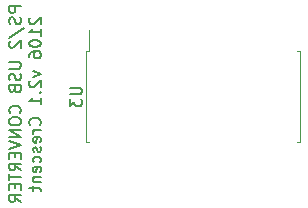
<source format=gbo>
G04 #@! TF.GenerationSoftware,KiCad,Pcbnew,(5.1.2)-1*
G04 #@! TF.CreationDate,2021-07-24T10:23:43+09:00*
G04 #@! TF.ProjectId,PS2USB,50533255-5342-42e6-9b69-6361645f7063,v2.1*
G04 #@! TF.SameCoordinates,Original*
G04 #@! TF.FileFunction,Legend,Bot*
G04 #@! TF.FilePolarity,Positive*
%FSLAX46Y46*%
G04 Gerber Fmt 4.6, Leading zero omitted, Abs format (unit mm)*
G04 Created by KiCad (PCBNEW (5.1.2)-1) date 2021-07-24 10:23:43*
%MOMM*%
%LPD*%
G04 APERTURE LIST*
%ADD10C,0.200000*%
%ADD11C,0.120000*%
%ADD12C,0.150000*%
G04 APERTURE END LIST*
D10*
X81002380Y-83038095D02*
X80002380Y-83038095D01*
X80002380Y-83419047D01*
X80050000Y-83514285D01*
X80097619Y-83561904D01*
X80192857Y-83609523D01*
X80335714Y-83609523D01*
X80430952Y-83561904D01*
X80478571Y-83514285D01*
X80526190Y-83419047D01*
X80526190Y-83038095D01*
X80954761Y-83990476D02*
X81002380Y-84133333D01*
X81002380Y-84371428D01*
X80954761Y-84466666D01*
X80907142Y-84514285D01*
X80811904Y-84561904D01*
X80716666Y-84561904D01*
X80621428Y-84514285D01*
X80573809Y-84466666D01*
X80526190Y-84371428D01*
X80478571Y-84180952D01*
X80430952Y-84085714D01*
X80383333Y-84038095D01*
X80288095Y-83990476D01*
X80192857Y-83990476D01*
X80097619Y-84038095D01*
X80050000Y-84085714D01*
X80002380Y-84180952D01*
X80002380Y-84419047D01*
X80050000Y-84561904D01*
X79954761Y-85704761D02*
X81240476Y-84847619D01*
X80097619Y-85990476D02*
X80050000Y-86038095D01*
X80002380Y-86133333D01*
X80002380Y-86371428D01*
X80050000Y-86466666D01*
X80097619Y-86514285D01*
X80192857Y-86561904D01*
X80288095Y-86561904D01*
X80430952Y-86514285D01*
X81002380Y-85942857D01*
X81002380Y-86561904D01*
X80002380Y-87752380D02*
X80811904Y-87752380D01*
X80907142Y-87800000D01*
X80954761Y-87847619D01*
X81002380Y-87942857D01*
X81002380Y-88133333D01*
X80954761Y-88228571D01*
X80907142Y-88276190D01*
X80811904Y-88323809D01*
X80002380Y-88323809D01*
X80954761Y-88752380D02*
X81002380Y-88895238D01*
X81002380Y-89133333D01*
X80954761Y-89228571D01*
X80907142Y-89276190D01*
X80811904Y-89323809D01*
X80716666Y-89323809D01*
X80621428Y-89276190D01*
X80573809Y-89228571D01*
X80526190Y-89133333D01*
X80478571Y-88942857D01*
X80430952Y-88847619D01*
X80383333Y-88800000D01*
X80288095Y-88752380D01*
X80192857Y-88752380D01*
X80097619Y-88800000D01*
X80050000Y-88847619D01*
X80002380Y-88942857D01*
X80002380Y-89180952D01*
X80050000Y-89323809D01*
X80478571Y-90085714D02*
X80526190Y-90228571D01*
X80573809Y-90276190D01*
X80669047Y-90323809D01*
X80811904Y-90323809D01*
X80907142Y-90276190D01*
X80954761Y-90228571D01*
X81002380Y-90133333D01*
X81002380Y-89752380D01*
X80002380Y-89752380D01*
X80002380Y-90085714D01*
X80050000Y-90180952D01*
X80097619Y-90228571D01*
X80192857Y-90276190D01*
X80288095Y-90276190D01*
X80383333Y-90228571D01*
X80430952Y-90180952D01*
X80478571Y-90085714D01*
X80478571Y-89752380D01*
X80907142Y-92085714D02*
X80954761Y-92038095D01*
X81002380Y-91895238D01*
X81002380Y-91800000D01*
X80954761Y-91657142D01*
X80859523Y-91561904D01*
X80764285Y-91514285D01*
X80573809Y-91466666D01*
X80430952Y-91466666D01*
X80240476Y-91514285D01*
X80145238Y-91561904D01*
X80050000Y-91657142D01*
X80002380Y-91800000D01*
X80002380Y-91895238D01*
X80050000Y-92038095D01*
X80097619Y-92085714D01*
X80002380Y-92704761D02*
X80002380Y-92895238D01*
X80050000Y-92990476D01*
X80145238Y-93085714D01*
X80335714Y-93133333D01*
X80669047Y-93133333D01*
X80859523Y-93085714D01*
X80954761Y-92990476D01*
X81002380Y-92895238D01*
X81002380Y-92704761D01*
X80954761Y-92609523D01*
X80859523Y-92514285D01*
X80669047Y-92466666D01*
X80335714Y-92466666D01*
X80145238Y-92514285D01*
X80050000Y-92609523D01*
X80002380Y-92704761D01*
X81002380Y-93561904D02*
X80002380Y-93561904D01*
X81002380Y-94133333D01*
X80002380Y-94133333D01*
X80002380Y-94466666D02*
X81002380Y-94800000D01*
X80002380Y-95133333D01*
X80478571Y-95466666D02*
X80478571Y-95800000D01*
X81002380Y-95942857D02*
X81002380Y-95466666D01*
X80002380Y-95466666D01*
X80002380Y-95942857D01*
X81002380Y-96942857D02*
X80526190Y-96609523D01*
X81002380Y-96371428D02*
X80002380Y-96371428D01*
X80002380Y-96752380D01*
X80050000Y-96847619D01*
X80097619Y-96895238D01*
X80192857Y-96942857D01*
X80335714Y-96942857D01*
X80430952Y-96895238D01*
X80478571Y-96847619D01*
X80526190Y-96752380D01*
X80526190Y-96371428D01*
X80002380Y-97228571D02*
X80002380Y-97800000D01*
X81002380Y-97514285D02*
X80002380Y-97514285D01*
X80478571Y-98133333D02*
X80478571Y-98466666D01*
X81002380Y-98609523D02*
X81002380Y-98133333D01*
X80002380Y-98133333D01*
X80002380Y-98609523D01*
X81002380Y-99609523D02*
X80526190Y-99276190D01*
X81002380Y-99038095D02*
X80002380Y-99038095D01*
X80002380Y-99419047D01*
X80050000Y-99514285D01*
X80097619Y-99561904D01*
X80192857Y-99609523D01*
X80335714Y-99609523D01*
X80430952Y-99561904D01*
X80478571Y-99514285D01*
X80526190Y-99419047D01*
X80526190Y-99038095D01*
X81797619Y-84014285D02*
X81750000Y-84061904D01*
X81702380Y-84157142D01*
X81702380Y-84395238D01*
X81750000Y-84490476D01*
X81797619Y-84538095D01*
X81892857Y-84585714D01*
X81988095Y-84585714D01*
X82130952Y-84538095D01*
X82702380Y-83966666D01*
X82702380Y-84585714D01*
X82702380Y-85538095D02*
X82702380Y-84966666D01*
X82702380Y-85252380D02*
X81702380Y-85252380D01*
X81845238Y-85157142D01*
X81940476Y-85061904D01*
X81988095Y-84966666D01*
X81702380Y-86157142D02*
X81702380Y-86252380D01*
X81750000Y-86347619D01*
X81797619Y-86395238D01*
X81892857Y-86442857D01*
X82083333Y-86490476D01*
X82321428Y-86490476D01*
X82511904Y-86442857D01*
X82607142Y-86395238D01*
X82654761Y-86347619D01*
X82702380Y-86252380D01*
X82702380Y-86157142D01*
X82654761Y-86061904D01*
X82607142Y-86014285D01*
X82511904Y-85966666D01*
X82321428Y-85919047D01*
X82083333Y-85919047D01*
X81892857Y-85966666D01*
X81797619Y-86014285D01*
X81750000Y-86061904D01*
X81702380Y-86157142D01*
X81702380Y-87347619D02*
X81702380Y-87157142D01*
X81750000Y-87061904D01*
X81797619Y-87014285D01*
X81940476Y-86919047D01*
X82130952Y-86871428D01*
X82511904Y-86871428D01*
X82607142Y-86919047D01*
X82654761Y-86966666D01*
X82702380Y-87061904D01*
X82702380Y-87252380D01*
X82654761Y-87347619D01*
X82607142Y-87395238D01*
X82511904Y-87442857D01*
X82273809Y-87442857D01*
X82178571Y-87395238D01*
X82130952Y-87347619D01*
X82083333Y-87252380D01*
X82083333Y-87061904D01*
X82130952Y-86966666D01*
X82178571Y-86919047D01*
X82273809Y-86871428D01*
X82035714Y-88538095D02*
X82702380Y-88776190D01*
X82035714Y-89014285D01*
X81797619Y-89347619D02*
X81750000Y-89395238D01*
X81702380Y-89490476D01*
X81702380Y-89728571D01*
X81750000Y-89823809D01*
X81797619Y-89871428D01*
X81892857Y-89919047D01*
X81988095Y-89919047D01*
X82130952Y-89871428D01*
X82702380Y-89300000D01*
X82702380Y-89919047D01*
X82607142Y-90347619D02*
X82654761Y-90395238D01*
X82702380Y-90347619D01*
X82654761Y-90300000D01*
X82607142Y-90347619D01*
X82702380Y-90347619D01*
X82702380Y-91347619D02*
X82702380Y-90776190D01*
X82702380Y-91061904D02*
X81702380Y-91061904D01*
X81845238Y-90966666D01*
X81940476Y-90871428D01*
X81988095Y-90776190D01*
X82607142Y-93109523D02*
X82654761Y-93061904D01*
X82702380Y-92919047D01*
X82702380Y-92823809D01*
X82654761Y-92680952D01*
X82559523Y-92585714D01*
X82464285Y-92538095D01*
X82273809Y-92490476D01*
X82130952Y-92490476D01*
X81940476Y-92538095D01*
X81845238Y-92585714D01*
X81750000Y-92680952D01*
X81702380Y-92823809D01*
X81702380Y-92919047D01*
X81750000Y-93061904D01*
X81797619Y-93109523D01*
X82702380Y-93538095D02*
X82035714Y-93538095D01*
X82226190Y-93538095D02*
X82130952Y-93585714D01*
X82083333Y-93633333D01*
X82035714Y-93728571D01*
X82035714Y-93823809D01*
X82654761Y-94538095D02*
X82702380Y-94442857D01*
X82702380Y-94252380D01*
X82654761Y-94157142D01*
X82559523Y-94109523D01*
X82178571Y-94109523D01*
X82083333Y-94157142D01*
X82035714Y-94252380D01*
X82035714Y-94442857D01*
X82083333Y-94538095D01*
X82178571Y-94585714D01*
X82273809Y-94585714D01*
X82369047Y-94109523D01*
X82654761Y-94966666D02*
X82702380Y-95061904D01*
X82702380Y-95252380D01*
X82654761Y-95347619D01*
X82559523Y-95395238D01*
X82511904Y-95395238D01*
X82416666Y-95347619D01*
X82369047Y-95252380D01*
X82369047Y-95109523D01*
X82321428Y-95014285D01*
X82226190Y-94966666D01*
X82178571Y-94966666D01*
X82083333Y-95014285D01*
X82035714Y-95109523D01*
X82035714Y-95252380D01*
X82083333Y-95347619D01*
X82654761Y-96252380D02*
X82702380Y-96157142D01*
X82702380Y-95966666D01*
X82654761Y-95871428D01*
X82607142Y-95823809D01*
X82511904Y-95776190D01*
X82226190Y-95776190D01*
X82130952Y-95823809D01*
X82083333Y-95871428D01*
X82035714Y-95966666D01*
X82035714Y-96157142D01*
X82083333Y-96252380D01*
X82654761Y-97061904D02*
X82702380Y-96966666D01*
X82702380Y-96776190D01*
X82654761Y-96680952D01*
X82559523Y-96633333D01*
X82178571Y-96633333D01*
X82083333Y-96680952D01*
X82035714Y-96776190D01*
X82035714Y-96966666D01*
X82083333Y-97061904D01*
X82178571Y-97109523D01*
X82273809Y-97109523D01*
X82369047Y-96633333D01*
X82035714Y-97538095D02*
X82702380Y-97538095D01*
X82130952Y-97538095D02*
X82083333Y-97585714D01*
X82035714Y-97680952D01*
X82035714Y-97823809D01*
X82083333Y-97919047D01*
X82178571Y-97966666D01*
X82702380Y-97966666D01*
X82035714Y-98300000D02*
X82035714Y-98680952D01*
X81702380Y-98442857D02*
X82559523Y-98442857D01*
X82654761Y-98490476D01*
X82702380Y-98585714D01*
X82702380Y-98680952D01*
D11*
X104660000Y-90700000D02*
X104660000Y-94560000D01*
X104660000Y-94560000D02*
X104415000Y-94560000D01*
X104660000Y-90700000D02*
X104660000Y-86840000D01*
X104660000Y-86840000D02*
X104415000Y-86840000D01*
X86540000Y-90700000D02*
X86540000Y-94560000D01*
X86540000Y-94560000D02*
X86785000Y-94560000D01*
X86540000Y-90700000D02*
X86540000Y-86840000D01*
X86540000Y-86840000D02*
X86785000Y-86840000D01*
X86785000Y-86840000D02*
X86785000Y-85025000D01*
D12*
X85152380Y-89938095D02*
X85961904Y-89938095D01*
X86057142Y-89985714D01*
X86104761Y-90033333D01*
X86152380Y-90128571D01*
X86152380Y-90319047D01*
X86104761Y-90414285D01*
X86057142Y-90461904D01*
X85961904Y-90509523D01*
X85152380Y-90509523D01*
X85152380Y-90890476D02*
X85152380Y-91509523D01*
X85533333Y-91176190D01*
X85533333Y-91319047D01*
X85580952Y-91414285D01*
X85628571Y-91461904D01*
X85723809Y-91509523D01*
X85961904Y-91509523D01*
X86057142Y-91461904D01*
X86104761Y-91414285D01*
X86152380Y-91319047D01*
X86152380Y-91033333D01*
X86104761Y-90938095D01*
X86057142Y-90890476D01*
M02*

</source>
